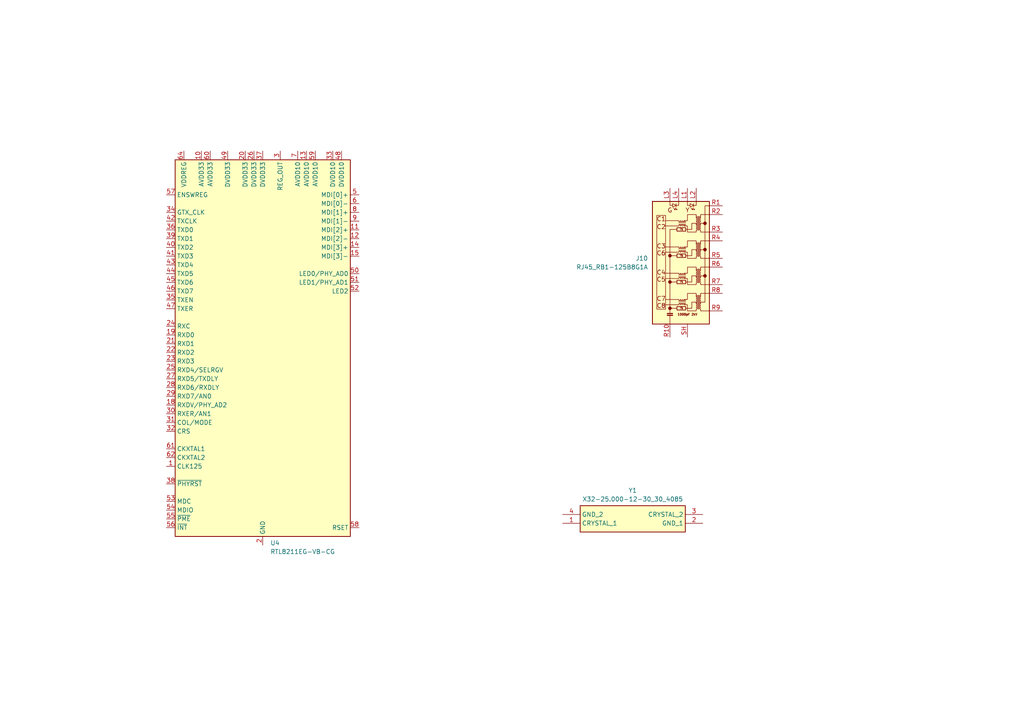
<source format=kicad_sch>
(kicad_sch (version 20231120) (generator "eeschema") (generator_version "8.0")
  (paper "A4")
  (lib_symbols
    (symbol "Connector:RJ45_RB1-125B8G1A" (pin_names hide)
      (property "Reference" "J" (at -7.62 20.32 0))
      (property "Value" "RJ45_RB1-125B8G1A" (at 15.24 20.32 0))
      (symbol "RJ45_RB1-125B8G1A_0_0"
        (circle (center -2.54 -11.938) (radius 0.0001) (stroke (width 0.508)))
        (circle (center -2.54 -4.318) (radius 0.0001) (stroke (width 0.508)))
        (circle (center -2.54 3.302) (radius 0.0001) (stroke (width 0.508)))
        (polyline (pts (xy -0.508 -11.938) (xy -2.54 -11.938)))
        (polyline (pts (xy 0 -10.922) (xy -3.81 -10.922)))
        (polyline (pts (xy 0 -9.398) (xy -3.81 -9.398)))
        (polyline (pts (xy 0 -3.302) (xy -3.81 -3.302)))
        (polyline (pts (xy 0 -1.778) (xy -3.81 -1.778)))
        (polyline (pts (xy 0 4.318) (xy -3.81 4.318)))
        (polyline (pts (xy 0 5.842) (xy -3.81 5.842)))
        (polyline (pts (xy 0 11.938) (xy -3.81 11.938)))
        (polyline (pts (xy 0 13.462) (xy -3.81 13.462)))
        (polyline (pts (xy 6.35 5.08) (xy 7.62 5.08)))
        (polyline (pts (xy 7.62 -2.54) (xy 6.35 -2.54)))
        (polyline (pts (xy 7.62 12.7) (xy 6.35 12.7)))
        (polyline (pts (xy 2.032 -11.938) (xy 3.81 -11.938) (xy 3.81 -10.16) (xy 5.08 -10.16)))
        (polyline (pts (xy 2.032 -4.318) (xy 3.81 -4.318) (xy 3.81 -2.54) (xy 5.08 -2.54)))
        (polyline (pts (xy 2.032 3.302) (xy 3.81 3.302) (xy 3.81 5.08) (xy 5.08 5.08)))
        (polyline (pts (xy 2.032 10.922) (xy 3.81 10.922) (xy 3.81 12.7) (xy 5.08 12.7)))
        (circle (center 7.62 -2.54) (radius 0.0001) (stroke (width 0.508)))
        (circle (center 7.62 5.08) (radius 0.0001) (stroke (width 0.508)))
        (circle (center 7.62 12.7) (radius 0.0001) (stroke (width 0.508)))
        (text "1000pF 2kV" (at 2.54 -13.716 0) (effects (font (size 0.635 0.635))))
        (text "C1" (at -5.08 13.97 0) (effects (font (size 1.27 1.27))))
        (text "C2" (at -5.08 11.684 0) (effects (font (size 1.27 1.27))))
        (text "C3" (at -5.08 6.096 0) (effects (font (size 1.27 1.27))))
        (text "C4" (at -5.08 -1.524 0) (effects (font (size 1.27 1.27))))
        (text "C5" (at -5.08 -3.556 0) (effects (font (size 1.27 1.27))))
        (text "C6" (at -5.08 4.064 0) (effects (font (size 1.27 1.27))))
        (text "C7" (at -5.08 -9.144 0) (effects (font (size 1.27 1.27))))
        (text "C8" (at -5.08 -11.176 0) (effects (font (size 1.27 1.27))))
        (text "G" (at -2.54 16.51 0) (effects (font (size 1.27 1.27))))
        (text "Y" (at 2.54 16.51 0) (effects (font (size 1.27 1.27))))
      )
      (symbol "RJ45_RB1-125B8G1A_0_1"
        (rectangle (start -7.62 19.05) (end 8.89 -16.51) (stroke (width 0.254)) (fill (type background)))
        (rectangle (start -3.81 -12.192) (end -6.35 14.986))
        (rectangle (start -0.508 -12.446) (end 2.032 -11.43) (stroke (width 0.2032)))
        (rectangle (start -0.508 -4.826) (end 2.032 -3.81) (stroke (width 0.2032)))
        (rectangle (start -0.508 2.794) (end 2.032 3.81) (stroke (width 0.2032)))
        (rectangle (start -0.508 10.414) (end 2.032 11.43) (stroke (width 0.2032)))
        (arc (start 0 -9.398) (mid 0.254 -9.6509) (end 0.508 -9.398))
        (arc (start 0 -1.778) (mid 0.254 -2.0309) (end 0.508 -1.778))
        (polyline (pts (xy -3.302 -13.97) (xy -1.778 -13.97)) (stroke (width 0.3302)))
        (polyline (pts (xy -3.302 -13.462) (xy -1.778 -13.462)) (stroke (width 0.3048)))
        (polyline (pts (xy -2.54 -16.51) (xy -2.54 -13.97)))
        (polyline (pts (xy -2.54 3.302) (xy -0.508 3.302)))
        (polyline (pts (xy -1.016 16.637) (xy -1.524 17.145)))
        (polyline (pts (xy -0.762 18.415) (xy -0.762 17.399)))
        (polyline (pts (xy -0.508 -4.318) (xy -2.54 -4.318)))
        (polyline (pts (xy -0.508 16.637) (xy -1.016 17.145)))
        (polyline (pts (xy 0 -10.414) (xy 2.032 -10.414)))
        (polyline (pts (xy 0 -2.794) (xy 2.032 -2.794)))
        (polyline (pts (xy 0 4.826) (xy 2.032 4.826)))
        (polyline (pts (xy 0 12.446) (xy 2.032 12.446)))
        (polyline (pts (xy 2.032 -9.906) (xy 0 -9.906)))
        (polyline (pts (xy 2.032 -2.286) (xy 0 -2.286)))
        (polyline (pts (xy 2.032 5.334) (xy 0 5.334)))
        (polyline (pts (xy 2.032 12.954) (xy 0 12.954)))
        (polyline (pts (xy 4.064 16.637) (xy 3.556 17.145)))
        (polyline (pts (xy 4.318 18.415) (xy 4.318 17.399)))
        (polyline (pts (xy 4.572 16.637) (xy 4.064 17.145)))
        (polyline (pts (xy 5.588 -8.128) (xy 5.588 -12.192)))
        (polyline (pts (xy 5.588 -0.508) (xy 5.588 -4.572)))
        (polyline (pts (xy 5.588 7.112) (xy 5.588 3.048)))
        (polyline (pts (xy 5.588 14.732) (xy 5.588 10.668)))
        (polyline (pts (xy 5.842 -12.192) (xy 5.842 -8.128)))
        (polyline (pts (xy 5.842 -4.572) (xy 5.842 -0.508)))
        (polyline (pts (xy 5.842 3.048) (xy 5.842 7.112)))
        (polyline (pts (xy 5.842 10.668) (xy 5.842 14.732)))
        (polyline (pts (xy -2.54 -13.462) (xy -2.54 10.922) (xy -0.508 10.922)))
        (polyline (pts (xy -2.54 19.05) (xy -2.54 17.907) (xy -1.778 17.907)))
        (polyline (pts (xy -1.016 16.891) (xy -1.016 16.637) (xy -1.27 16.637)))
        (polyline (pts (xy -0.508 16.891) (xy -0.508 16.637) (xy -0.762 16.637)))
        (polyline (pts (xy 0 19.05) (xy 0 17.907) (xy -0.762 17.907)))
        (polyline (pts (xy 2.54 19.05) (xy 2.54 17.907) (xy 3.302 17.907)))
        (polyline (pts (xy 4.064 16.891) (xy 4.064 16.637) (xy 3.81 16.637)))
        (polyline (pts (xy 4.572 16.891) (xy 4.572 16.637) (xy 4.318 16.637)))
        (polyline (pts (xy 5.08 19.05) (xy 5.08 17.907) (xy 4.318 17.907)))
        (polyline (pts (xy 6.35 -12.192) (xy 6.35 -12.7) (xy 8.89 -12.7)))
        (polyline (pts (xy 6.35 -8.128) (xy 6.35 -7.62) (xy 8.89 -7.62)))
        (polyline (pts (xy 6.35 -4.572) (xy 6.35 -5.08) (xy 8.89 -5.08)))
        (polyline (pts (xy 6.35 -0.508) (xy 6.35 0) (xy 8.89 0)))
        (polyline (pts (xy 6.35 3.048) (xy 6.35 2.54) (xy 8.89 2.54)))
        (polyline (pts (xy 6.35 7.112) (xy 6.35 7.62) (xy 8.89 7.62)))
        (polyline (pts (xy 6.35 10.668) (xy 6.35 10.16) (xy 8.89 10.16)))
        (polyline (pts (xy 6.35 14.732) (xy 6.35 15.24) (xy 8.89 15.24)))
        (polyline (pts (xy -0.762 17.907) (xy -1.778 18.415) (xy -1.778 17.399) (xy -0.762 17.907)))
        (polyline (pts (xy 4.318 17.907) (xy 3.302 18.415) (xy 3.302 17.399) (xy 4.318 17.907)))
        (polyline (pts (xy 8.89 17.78) (xy 7.62 17.78) (xy 7.62 -10.16) (xy 6.35 -10.16)))
        (polyline (pts (xy 2.032 -9.398) (xy 2.54 -9.398) (xy 2.54 -7.62) (xy 5.08 -7.62) (xy 5.08 -8.128)))
        (polyline (pts (xy 2.032 -1.778) (xy 2.54 -1.778) (xy 2.54 0) (xy 5.08 0) (xy 5.08 -0.508)))
        (polyline (pts (xy 2.032 5.842) (xy 2.54 5.842) (xy 2.54 7.62) (xy 5.08 7.62) (xy 5.08 7.112)))
        (polyline (pts (xy 2.032 13.462) (xy 2.54 13.462) (xy 2.54 15.24) (xy 5.08 15.24) (xy 5.08 14.732)))
        (polyline (pts (xy 5.08 -12.192) (xy 5.08 -12.7) (xy 2.54 -12.7) (xy 2.54 -10.922) (xy 2.032 -10.922)))
        (polyline (pts (xy 5.08 -4.572) (xy 5.08 -5.08) (xy 2.54 -5.08) (xy 2.54 -3.302) (xy 2.032 -3.302)))
        (polyline (pts (xy 5.08 3.048) (xy 5.08 2.54) (xy 2.54 2.54) (xy 2.54 4.318) (xy 2.032 4.318)))
        (polyline (pts (xy 5.08 10.668) (xy 5.08 10.16) (xy 2.54 10.16) (xy 2.54 11.938) (xy 2.032 11.938)))
        (arc (start 0 5.842) (mid 0.254 5.5891) (end 0.508 5.842))
        (arc (start 0 13.462) (mid 0.254 13.2091) (end 0.508 13.462))
        (arc (start 0.508 -10.922) (mid 0.254 -10.6691) (end 0 -10.922))
        (arc (start 0.508 -9.398) (mid 0.762 -9.6509) (end 1.016 -9.398))
        (arc (start 0.508 -3.302) (mid 0.254 -3.0491) (end 0 -3.302))
        (arc (start 0.508 -1.778) (mid 0.762 -2.0309) (end 1.016 -1.778))
        (arc (start 0.508 4.318) (mid 0.254 4.5709) (end 0 4.318))
        (arc (start 0.508 5.842) (mid 0.762 5.5891) (end 1.016 5.842))
        (arc (start 0.508 11.938) (mid 0.254 12.1909) (end 0 11.938))
        (arc (start 0.508 13.462) (mid 0.762 13.2091) (end 1.016 13.462))
        (arc (start 1.016 -10.922) (mid 0.762 -10.6691) (end 0.508 -10.922))
        (arc (start 1.016 -9.398) (mid 1.27 -9.6509) (end 1.524 -9.398))
        (arc (start 1.016 -3.302) (mid 0.762 -3.0491) (end 0.508 -3.302))
        (arc (start 1.016 -1.778) (mid 1.27 -2.0309) (end 1.524 -1.778))
        (arc (start 1.016 4.318) (mid 0.762 4.5709) (end 0.508 4.318))
        (arc (start 1.016 5.842) (mid 1.27 5.5891) (end 1.524 5.842))
        (arc (start 1.016 11.938) (mid 0.762 12.1909) (end 0.508 11.938))
        (arc (start 1.016 13.462) (mid 1.27 13.2091) (end 1.524 13.462))
        (arc (start 1.524 -10.922) (mid 1.27 -10.6691) (end 1.016 -10.922))
        (arc (start 1.524 -9.398) (mid 1.778 -9.6509) (end 2.032 -9.398))
        (arc (start 1.524 -3.302) (mid 1.27 -3.0491) (end 1.016 -3.302))
        (arc (start 1.524 -1.778) (mid 1.778 -2.0309) (end 2.032 -1.778))
        (arc (start 1.524 4.318) (mid 1.27 4.5709) (end 1.016 4.318))
        (arc (start 1.524 5.842) (mid 1.778 5.5891) (end 2.032 5.842))
        (arc (start 1.524 11.938) (mid 1.27 12.1909) (end 1.016 11.938))
        (arc (start 1.524 13.462) (mid 1.778 13.2091) (end 2.032 13.462))
        (circle (center 1.778 -10.9474) (radius 0.0762) (stroke (width 0.0254)) (fill (type outline)))
        (circle (center 1.778 -9.3726) (radius 0.0762) (stroke (width 0.0254)) (fill (type outline)))
        (circle (center 1.778 -3.3274) (radius 0.0762) (stroke (width 0.0254)) (fill (type outline)))
        (circle (center 1.778 -1.7526) (radius 0.0762) (stroke (width 0.0254)) (fill (type outline)))
        (circle (center 1.778 4.2926) (radius 0.0762) (stroke (width 0.0254)) (fill (type outline)))
        (circle (center 1.778 5.8674) (radius 0.0762) (stroke (width 0.0254)) (fill (type outline)))
        (circle (center 1.778 11.9126) (radius 0.0762) (stroke (width 0.0254)) (fill (type outline)))
        (circle (center 1.778 13.4874) (radius 0.0762) (stroke (width 0.0254)) (fill (type outline)))
        (arc (start 2.032 -10.922) (mid 1.778 -10.6691) (end 1.524 -10.922))
        (arc (start 2.032 -3.302) (mid 1.778 -3.0491) (end 1.524 -3.302))
        (arc (start 2.032 4.318) (mid 1.778 4.5709) (end 1.524 4.318))
        (arc (start 2.032 11.938) (mid 1.778 12.1909) (end 1.524 11.938))
        (circle (center 5.0546 -10.414) (radius 0.0762) (stroke (width 0.0254)) (fill (type outline)))
        (circle (center 5.0546 -8.382) (radius 0.0762) (stroke (width 0.0254)) (fill (type outline)))
        (circle (center 5.0546 -2.794) (radius 0.0762) (stroke (width 0.0254)) (fill (type outline)))
        (circle (center 5.0546 -0.762) (radius 0.0762) (stroke (width 0.0254)) (fill (type outline)))
        (circle (center 5.0546 4.826) (radius 0.0762) (stroke (width 0.0254)) (fill (type outline)))
        (circle (center 5.0546 6.858) (radius 0.0762) (stroke (width 0.0254)) (fill (type outline)))
        (circle (center 5.0546 12.446) (radius 0.0762) (stroke (width 0.0254)) (fill (type outline)))
        (circle (center 5.0546 14.478) (radius 0.0762) (stroke (width 0.0254)) (fill (type outline)))
        (arc (start 5.08 -12.192) (mid 5.3329 -11.938) (end 5.08 -11.684))
        (arc (start 5.08 -11.684) (mid 5.3328 -11.43) (end 5.08 -11.176))
        (arc (start 5.08 -11.176) (mid 5.3329 -10.922) (end 5.08 -10.668))
        (arc (start 5.08 -10.668) (mid 5.3329 -10.414) (end 5.08 -10.16))
        (arc (start 5.08 -10.16) (mid 5.3329 -9.906) (end 5.08 -9.652))
        (arc (start 5.08 -9.652) (mid 5.3329 -9.398) (end 5.08 -9.144))
        (arc (start 5.08 -9.144) (mid 5.3328 -8.89) (end 5.08 -8.636))
        (arc (start 5.08 -8.636) (mid 5.3329 -8.382) (end 5.08 -8.128))
        (arc (start 5.08 -4.572) (mid 5.3329 -4.318) (end 5.08 -4.064))
        (arc (start 5.08 -4.064) (mid 5.3328 -3.81) (end 5.08 -3.556))
        (arc (start 5.08 -3.556) (mid 5.3329 -3.302) (end 5.08 -3.048))
        (arc (start 5.08 -3.048) (mid 5.3329 -2.794) (end 5.08 -2.54))
        (arc (start 5.08 -2.54) (mid 5.3329 -2.286) (end 5.08 -2.032))
        (arc (start 5.08 -2.032) (mid 5.3329 -1.778) (end 5.08 -1.524))
        (arc (start 5.08 -1.524) (mid 5.3328 -1.27) (end 5.08 -1.016))
        (arc (start 5.08 -1.016) (mid 5.3329 -0.762) (end 5.08 -0.508))
        (arc (start 5.08 3.048) (mid 5.3329 3.302) (end 5.08 3.556))
        (arc (start 5.08 3.556) (mid 5.3328 3.81) (end 5.08 4.064))
        (arc (start 5.08 4.064) (mid 5.3329 4.318) (end 5.08 4.572))
        (arc (start 5.08 4.572) (mid 5.3329 4.826) (end 5.08 5.08))
        (arc (start 5.08 5.08) (mid 5.3329 5.334) (end 5.08 5.588))
        (arc (start 5.08 5.588) (mid 5.3329 5.842) (end 5.08 6.096))
        (arc (start 5.08 6.096) (mid 5.3328 6.35) (end 5.08 6.604))
        (arc (start 5.08 6.604) (mid 5.3329 6.858) (end 5.08 7.112))
        (arc (start 5.08 10.668) (mid 5.3329 10.922) (end 5.08 11.176))
        (arc (start 5.08 11.176) (mid 5.3328 11.43) (end 5.08 11.684))
        (arc (start 5.08 11.684) (mid 5.3329 11.938) (end 5.08 12.192))
        (arc (start 5.08 12.192) (mid 5.3329 12.446) (end 5.08 12.7))
        (arc (start 5.08 12.7) (mid 5.3329 12.954) (end 5.08 13.208))
        (arc (start 5.08 13.208) (mid 5.3329 13.462) (end 5.08 13.716))
        (arc (start 5.08 13.716) (mid 5.3328 13.97) (end 5.08 14.224))
        (arc (start 5.08 14.224) (mid 5.3329 14.478) (end 5.08 14.732))
        (arc (start 6.35 -11.684) (mid 6.0971 -11.938) (end 6.35 -12.192))
        (arc (start 6.35 -11.176) (mid 6.0971 -11.43) (end 6.35 -11.684))
        (arc (start 6.35 -10.668) (mid 6.0971 -10.922) (end 6.35 -11.176))
        (arc (start 6.35 -10.16) (mid 6.0971 -10.414) (end 6.35 -10.668))
        (arc (start 6.35 -9.652) (mid 6.0971 -9.906) (end 6.35 -10.16))
        (arc (start 6.35 -9.144) (mid 6.0971 -9.398) (end 6.35 -9.652))
        (arc (start 6.35 -8.636) (mid 6.0971 -8.89) (end 6.35 -9.144))
        (arc (start 6.35 -8.128) (mid 6.0971 -8.382) (end 6.35 -8.636))
        (arc (start 6.35 -4.064) (mid 6.0971 -4.318) (end 6.35 -4.572))
        (arc (start 6.35 -3.556) (mid 6.0971 -3.81) (end 6.35 -4.064))
        (arc (start 6.35 -3.048) (mid 6.0971 -3.302) (end 6.35 -3.556))
        (arc (start 6.35 -2.54) (mid 6.0971 -2.794) (end 6.35 -3.048))
        (arc (start 6.35 -2.032) (mid 6.0971 -2.286) (end 6.35 -2.54))
        (arc (start 6.35 -1.524) (mid 6.0971 -1.778) (end 6.35 -2.032))
        (arc (start 6.35 -1.016) (mid 6.0971 -1.27) (end 6.35 -1.524))
        (arc (start 6.35 -0.508) (mid 6.0971 -0.762) (end 6.35 -1.016))
        (arc (start 6.35 3.556) (mid 6.0971 3.302) (end 6.35 3.048))
        (arc (start 6.35 4.064) (mid 6.0971 3.81) (end 6.35 3.556))
        (arc (start 6.35 4.572) (mid 6.0971 4.318) (end 6.35 4.064))
        (arc (start 6.35 5.08) (mid 6.0971 4.826) (end 6.35 4.572))
        (arc (start 6.35 5.588) (mid 6.0971 5.334) (end 6.35 5.08))
        (arc (start 6.35 6.096) (mid 6.0971 5.842) (end 6.35 5.588))
        (arc (start 6.35 6.604) (mid 6.0971 6.35) (end 6.35 6.096))
        (arc (start 6.35 7.112) (mid 6.0971 6.858) (end 6.35 6.604))
        (arc (start 6.35 11.176) (mid 6.0971 10.922) (end 6.35 10.668))
        (arc (start 6.35 11.684) (mid 6.0971 11.43) (end 6.35 11.176))
        (arc (start 6.35 12.192) (mid 6.0971 11.938) (end 6.35 11.684))
        (arc (start 6.35 12.7) (mid 6.0971 12.446) (end 6.35 12.192))
        (arc (start 6.35 13.208) (mid 6.0971 12.954) (end 6.35 12.7))
        (arc (start 6.35 13.716) (mid 6.0971 13.462) (end 6.35 13.208))
        (arc (start 6.35 14.224) (mid 6.0971 13.97) (end 6.35 13.716))
        (arc (start 6.35 14.732) (mid 6.0971 14.478) (end 6.35 14.224))
        (circle (center 6.3754 -10.414) (radius 0.0762) (stroke (width 0.0254)) (fill (type outline)))
        (circle (center 6.3754 -8.382) (radius 0.0762) (stroke (width 0.0254)) (fill (type outline)))
        (circle (center 6.3754 -2.794) (radius 0.0762) (stroke (width 0.0254)) (fill (type outline)))
        (circle (center 6.3754 -0.762) (radius 0.0762) (stroke (width 0.0254)) (fill (type outline)))
        (circle (center 6.3754 4.826) (radius 0.0762) (stroke (width 0.0254)) (fill (type outline)))
        (circle (center 6.3754 6.858) (radius 0.0762) (stroke (width 0.0254)) (fill (type outline)))
        (circle (center 6.3754 12.446) (radius 0.0762) (stroke (width 0.0254)) (fill (type outline)))
        (circle (center 6.3754 14.478) (radius 0.0762) (stroke (width 0.0254)) (fill (type outline)))
        (pin power_in line (at -2.54 -20.32 90) (length 3.81) (name "GND") (number "R10"))
      )
      (symbol "RJ45_RB1-125B8G1A_1_0"
        (text "75" (at 0.762 -11.938 0) (effects (font (size 0.508 0.508))))
        (text "75" (at 0.762 -4.318 0) (effects (font (size 0.508 0.508))))
        (text "75" (at 0.762 3.302 0) (effects (font (size 0.508 0.508))))
        (text "75" (at 0.762 10.922 0) (effects (font (size 0.508 0.508))))
      )
      (symbol "RJ45_RB1-125B8G1A_1_1"
        (pin passive line (at 2.54 22.86 270) (length 3.81) (name "~") (number "L1"))
        (pin passive line (at 5.08 22.86 270) (length 3.81) (name "~") (number "L2"))
        (pin passive line (at -2.54 22.86 270) (length 3.81) (name "~") (number "L3"))
        (pin passive line (at 0 22.86 270) (length 3.81) (name "~") (number "L4"))
        (pin passive line (at 12.7 17.78 180) (length 3.81) (name "CT") (number "R1"))
        (pin passive line (at 12.7 15.24 180) (length 3.81) (name "TD1+") (number "R2"))
        (pin passive line (at 12.7 10.16 180) (length 3.81) (name "TD1-") (number "R3"))
        (pin passive line (at 12.7 7.62 180) (length 3.81) (name "TD2+") (number "R4"))
        (pin passive line (at 12.7 2.54 180) (length 3.81) (name "TD2-") (number "R5"))
        (pin passive line (at 12.7 0 180) (length 3.81) (name "TD3+") (number "R6"))
        (pin passive line (at 12.7 -5.08 180) (length 3.81) (name "TD3-") (number "R7"))
        (pin passive line (at 12.7 -7.62 180) (length 3.81) (name "TD4+") (number "R8"))
        (pin passive line (at 12.7 -12.7 180) (length 3.81) (name "TD4-") (number "R9"))
        (pin passive line (at 2.54 -20.32 90) (length 3.81) (name "SH") (number "SH"))
      )
    )
    (symbol "Interface_Ethernet:RTL8211EG-VB-CG"
      (property "Reference" "U" (at 22.86 -58.42 0))
      (property "Value" "RTL8211EG-VB-CG" (at -15.24 -58.42 0))
      (symbol "RTL8211EG-VB-CG_0_1"
        (rectangle (start -25.4 53.34) (end 25.4 -55.88) (stroke (width 0.254)) (fill (type background)))
      )
      (symbol "RTL8211EG-VB-CG_1_1"
        (pin output line (at -27.94 -35.56 0) (length 2.54) (name "CLK125") (number "1"))
        (pin power_in line (at -17.78 55.88 270) (length 2.54) (name "AVDD33") (number "10"))
        (pin bidirectional line (at 27.94 33.02 180) (length 2.54) (name "MDI[2]+") (number "11"))
        (pin bidirectional line (at 27.94 30.48 180) (length 2.54) (name "MDI[2]-") (number "12"))
        (pin power_in line (at 12.7 55.88 270) (length 2.54) (name "AVDD10") (number "13"))
        (pin bidirectional line (at 27.94 27.94 180) (length 2.54) (name "MDI[3]+") (number "14"))
        (pin bidirectional line (at 27.94 25.4 180) (length 2.54) (name "MDI[3]-") (number "15"))
        (pin no_connect line (at 25.4 5.08 180) (length 2.54) hide (name "NC") (number "16"))
        (pin no_connect line (at 25.4 2.54 180) (length 2.54) hide (name "NC") (number "17"))
        (pin bidirectional line (at -27.94 -17.78 0) (length 2.54) (name "RXDV/PHY_AD2") (number "18"))
        (pin output line (at -27.94 2.54 0) (length 2.54) (name "RXD0") (number "19"))
        (pin power_in line (at 0 -58.42 90) (length 2.54) (name "GND") (number "2"))
        (pin power_in line (at -5.08 55.88 270) (length 2.54) (name "DVDD33") (number "20"))
        (pin output line (at -27.94 0 0) (length 2.54) (name "RXD1") (number "21"))
        (pin output line (at -27.94 -2.54 0) (length 2.54) (name "RXD2") (number "22"))
        (pin output line (at -27.94 -5.08 0) (length 2.54) (name "RXD3") (number "23"))
        (pin output line (at -27.94 5.08 0) (length 2.54) (name "RXC") (number "24"))
        (pin bidirectional line (at -27.94 -7.62 0) (length 2.54) (name "RXD4/SELRGV") (number "25"))
        (pin power_in line (at -2.54 55.88 270) (length 2.54) (name "DVDD33") (number "26"))
        (pin bidirectional line (at -27.94 -10.16 0) (length 2.54) (name "RXD5/TXDLY") (number "27"))
        (pin bidirectional line (at -27.94 -12.7 0) (length 2.54) (name "RXD6/RXDLY") (number "28"))
        (pin bidirectional line (at -27.94 -15.24 0) (length 2.54) (name "RXD7/AN0") (number "29"))
        (pin power_out line (at 5.08 55.88 270) (length 2.54) (name "REG_OUT") (number "3"))
        (pin bidirectional line (at -27.94 -20.32 0) (length 2.54) (name "RXER/AN1") (number "30"))
        (pin bidirectional line (at -27.94 -22.86 0) (length 2.54) (name "COL/MODE") (number "31"))
        (pin output line (at -27.94 -25.4 0) (length 2.54) (name "CRS") (number "32"))
        (pin power_in line (at 20.32 55.88 270) (length 2.54) (name "DVDD10") (number "33"))
        (pin input line (at -27.94 38.1 0) (length 2.54) (name "GTX_CLK") (number "34"))
        (pin input line (at -27.94 12.7 0) (length 2.54) (name "TXEN") (number "35"))
        (pin input line (at -27.94 33.02 0) (length 2.54) (name "TXD0") (number "36"))
        (pin power_in line (at 0 55.88 270) (length 2.54) (name "DVDD33") (number "37"))
        (pin input line (at -27.94 -40.64 0) (length 2.54) (name "~{PHYRST}") (number "38"))
        (pin input line (at -27.94 30.48 0) (length 2.54) (name "TXD1") (number "39"))
        (pin passive line (at 0 -58.42 90) (length 2.54) hide (name "GND") (number "4"))
        (pin input line (at -27.94 27.94 0) (length 2.54) (name "TXD2") (number "40"))
        (pin input line (at -27.94 25.4 0) (length 2.54) (name "TXD3") (number "41"))
        (pin output line (at -27.94 35.56 0) (length 2.54) (name "TXCLK") (number "42"))
        (pin input line (at -27.94 22.86 0) (length 2.54) (name "TXD4") (number "43"))
        (pin input line (at -27.94 20.32 0) (length 2.54) (name "TXD5") (number "44"))
        (pin input line (at -27.94 17.78 0) (length 2.54) (name "TXD6") (number "45"))
        (pin input line (at -27.94 15.24 0) (length 2.54) (name "TXD7") (number "46"))
        (pin input line (at -27.94 10.16 0) (length 2.54) (name "TXER") (number "47"))
        (pin power_in line (at 22.86 55.88 270) (length 2.54) (name "DVDD10") (number "48"))
        (pin power_in line (at -10.16 55.88 270) (length 2.54) (name "DVDD33") (number "49"))
        (pin bidirectional line (at 27.94 43.18 180) (length 2.54) (name "MDI[0]+") (number "5"))
        (pin bidirectional line (at 27.94 20.32 180) (length 2.54) (name "LED0/PHY_AD0") (number "50"))
        (pin bidirectional line (at 27.94 17.78 180) (length 2.54) (name "LED1/PHY_AD1") (number "51"))
        (pin bidirectional line (at 27.94 15.24 180) (length 2.54) (name "LED2") (number "52"))
        (pin input line (at -27.94 -45.72 0) (length 2.54) (name "MDC") (number "53"))
        (pin bidirectional line (at -27.94 -48.26 0) (length 2.54) (name "MDIO") (number "54"))
        (pin open_collector line (at -27.94 -50.8 0) (length 2.54) (name "~{PME}") (number "55"))
        (pin open_collector line (at -27.94 -53.34 0) (length 2.54) (name "~{INT}") (number "56"))
        (pin input line (at -27.94 43.18 0) (length 2.54) (name "ENSWREG") (number "57"))
        (pin passive line (at 27.94 -53.34 180) (length 2.54) (name "RSET") (number "58"))
        (pin power_in line (at 15.24 55.88 270) (length 2.54) (name "AVDD10") (number "59"))
        (pin bidirectional line (at 27.94 40.64 180) (length 2.54) (name "MDI[0]-") (number "6"))
        (pin power_in line (at -15.24 55.88 270) (length 2.54) (name "AVDD33") (number "60"))
        (pin input line (at -27.94 -30.48 0) (length 2.54) (name "CKXTAL1") (number "61"))
        (pin output line (at -27.94 -33.02 0) (length 2.54) (name "CKXTAL2") (number "62"))
        (pin passive line (at 0 -58.42 90) (length 2.54) hide (name "GND") (number "63"))
        (pin power_in line (at -22.86 55.88 270) (length 2.54) (name "VDDREG") (number "64"))
        (pin passive line (at 0 -58.42 90) (length 2.54) hide (name "GND") (number "65"))
        (pin power_in line (at 10.16 55.88 270) (length 2.54) (name "AVDD10") (number "7"))
        (pin bidirectional line (at 27.94 38.1 180) (length 2.54) (name "MDI[1]+") (number "8"))
        (pin bidirectional line (at 27.94 35.56 180) (length 2.54) (name "MDI[1]-") (number "9"))
      )
    )
    (symbol "SamacSys_Parts:X32-25.000-12-30_30_4085"
      (property "Reference" "Y" (at 36.83 7.62 0))
      (property "Value" "X32-25.000-12-30_30_4085" (at 36.83 5.08 0))
      (symbol "X32-25.000-12-30_30_4085_1_1"
        (rectangle (start 5.08 2.54) (end 35.56 -5.08) (stroke (width 0.254)) (fill (type background)))
        (pin passive line (at 0 -2.54 0) (length 5.08) (name "CRYSTAL_1") (number "1"))
        (pin passive line (at 40.64 -2.54 180) (length 5.08) (name "GND_1") (number "2"))
        (pin passive line (at 40.64 0 180) (length 5.08) (name "CRYSTAL_2") (number "3"))
        (pin passive line (at 0 0 0) (length 5.08) (name "GND_2") (number "4"))
      )
    )
  )
  (symbol (lib_id "Interface_Ethernet:RTL8211EG-VB-CG") (at 76.2 99.695 0) (unit 1)
    (property "Reference" "U4" (at 78.3941 157.48 0) (effects (justify left)))
    (property "Value" "RTL8211EG-VB-CG" (at 78.3941 160.02 0) (effects (justify left)))
    (property "Footprint" "Package_DFN_QFN:QFN-64-1EP_9x9mm_P0.5mm_EP3.8x3.8mm" (effects (hide yes)))
    (property "Datasheet" "https://datasheet.lcsc.com/szlcsc/Realtek-Semicon-RTL8211EG-VB-CG_C69264.pdf" (effects (hide yes)))
  )
  (symbol (lib_id "SamacSys_Parts:X32-25.000-12-30_30_4085") (at 163.195 149.225 0) (unit 1)
    (property "Reference" "Y1" (at 183.515 142.24 0))
    (property "Value" "X32-25.000-12-30_30_4085" (at 183.515 144.78 0))
    (property "Footprint" "SamacSys_Parts:X32250001230304085" (effects (hide yes)))
    (property "Datasheet" "https://datasheet.datasheetarchive.com/originals/distributors/Datasheets_SAMA/424389a4cbb30c9657f4f5526a6ded8a.pdf" (effects (hide yes)))
    (property "Height" "0.7" (effects (hide yes)))
    (property "Manufacturer_Name" "MERCURY" (effects (hide yes)))
    (property "Manufacturer_Part_Number" "X32-25.000-12-30/30/4085" (effects (hide yes)))
  )
  (symbol (lib_id "Connector:RJ45_RB1-125B8G1A") (at 196.85 77.47 0) (unit 1)
    (property "Reference" "J10" (at 187.96 74.93 0) (effects (justify right)))
    (property "Value" "RJ45_RB1-125B8G1A" (at 187.96 77.47 0) (effects (justify right)))
    (property "Footprint" "Connector_RJ:RJ45_UDE_RB1-125B8G1A" (effects (hide yes)))
    (property "Datasheet" "https://datasheet.lcsc.com/szlcsc/1901091107_UDE-Corp-RB1-125B8G1A_C363353.pdf" (effects (hide yes)))
  )
)
</source>
